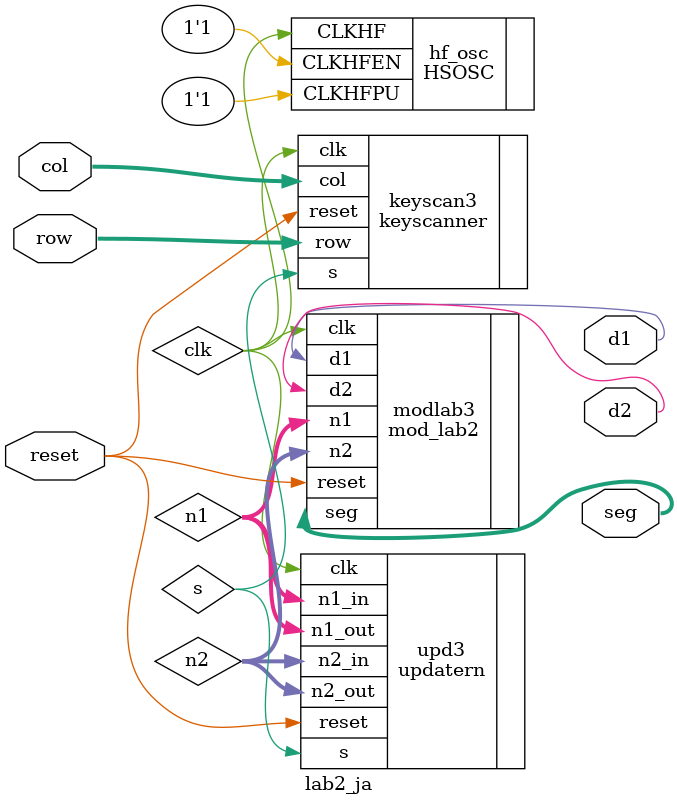
<source format=sv>

module lab2_ja(
	input	logic	reset,
	input 	logic	[3:0] row, col,
	output	logic	d1, d2,
	output	logic	[6:0] seg
);

	logic clk;
	logic [3:0] n1, n2;
	
	// Internal high-speed oscillator
	HSOSC hf_osc (.CLKHFPU(1'b1), .CLKHFEN(1'b1), .CLKHF(clk));
	
	// Call the modules	
	keyscanner 	keyscan3(.reset(reset), .clk(clk), .row(row), .col(col), .s(s));
	updatern	upd3(.reset(reset), .clk(clk), .s(s), .n1_in(n1), .n2_in(n2), .n1_out(n1), .n2_out(n2));
	mod_lab2	modlab3(.reset(reset), .clk(clk), .n1(n1), .n2(n2), .d1(d1), .d2(d2), .seg(seg));
	
endmodule
</source>
